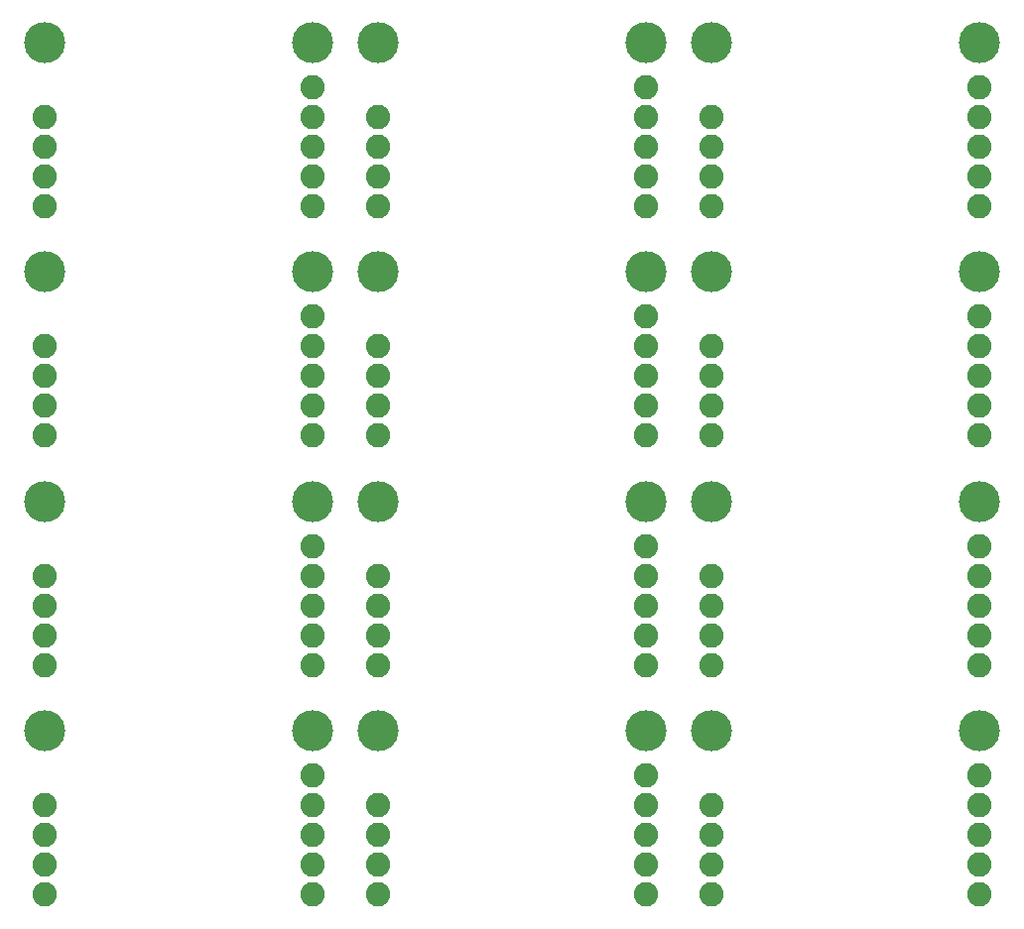
<source format=gbs>
G75*
%MOIN*%
%OFA0B0*%
%FSLAX25Y25*%
%IPPOS*%
%LPD*%
%AMOC8*
5,1,8,0,0,1.08239X$1,22.5*
%
%ADD10C,0.08200*%
%ADD11C,0.13800*%
D10*
X0038750Y0038750D03*
X0038750Y0048750D03*
X0038750Y0058750D03*
X0038750Y0068750D03*
X0038750Y0115951D03*
X0038750Y0125951D03*
X0038750Y0135951D03*
X0038750Y0145951D03*
X0038750Y0193152D03*
X0038750Y0203152D03*
X0038750Y0213152D03*
X0038750Y0223152D03*
X0038750Y0270352D03*
X0038750Y0280352D03*
X0038750Y0290352D03*
X0038750Y0300352D03*
X0128750Y0300352D03*
X0128750Y0310352D03*
X0128750Y0290352D03*
X0128750Y0280352D03*
X0128750Y0270352D03*
X0150671Y0270352D03*
X0150671Y0280352D03*
X0150671Y0290352D03*
X0150671Y0300352D03*
X0128750Y0233152D03*
X0128750Y0223152D03*
X0128750Y0213152D03*
X0128750Y0203152D03*
X0128750Y0193152D03*
X0150671Y0193152D03*
X0150671Y0203152D03*
X0150671Y0213152D03*
X0150671Y0223152D03*
X0128750Y0155951D03*
X0128750Y0145951D03*
X0128750Y0135951D03*
X0128750Y0125951D03*
X0128750Y0115951D03*
X0150671Y0115951D03*
X0150671Y0125951D03*
X0150671Y0135951D03*
X0150671Y0145951D03*
X0128750Y0078750D03*
X0128750Y0068750D03*
X0128750Y0058750D03*
X0128750Y0048750D03*
X0128750Y0038750D03*
X0150671Y0038750D03*
X0150671Y0048750D03*
X0150671Y0058750D03*
X0150671Y0068750D03*
X0240671Y0068750D03*
X0240671Y0078750D03*
X0240671Y0058750D03*
X0240671Y0048750D03*
X0240671Y0038750D03*
X0262592Y0038750D03*
X0262592Y0048750D03*
X0262592Y0058750D03*
X0262592Y0068750D03*
X0262592Y0115951D03*
X0262592Y0125951D03*
X0262592Y0135951D03*
X0262592Y0145951D03*
X0240671Y0145951D03*
X0240671Y0155951D03*
X0240671Y0135951D03*
X0240671Y0125951D03*
X0240671Y0115951D03*
X0240671Y0193152D03*
X0240671Y0203152D03*
X0240671Y0213152D03*
X0240671Y0223152D03*
X0240671Y0233152D03*
X0262592Y0223152D03*
X0262592Y0213152D03*
X0262592Y0203152D03*
X0262592Y0193152D03*
X0262592Y0270352D03*
X0262592Y0280352D03*
X0262592Y0290352D03*
X0262592Y0300352D03*
X0240671Y0300352D03*
X0240671Y0310352D03*
X0240671Y0290352D03*
X0240671Y0280352D03*
X0240671Y0270352D03*
X0352592Y0270352D03*
X0352592Y0280352D03*
X0352592Y0290352D03*
X0352592Y0300352D03*
X0352592Y0310352D03*
X0352592Y0233152D03*
X0352592Y0223152D03*
X0352592Y0213152D03*
X0352592Y0203152D03*
X0352592Y0193152D03*
X0352592Y0155951D03*
X0352592Y0145951D03*
X0352592Y0135951D03*
X0352592Y0125951D03*
X0352592Y0115951D03*
X0352592Y0078750D03*
X0352592Y0068750D03*
X0352592Y0058750D03*
X0352592Y0048750D03*
X0352592Y0038750D03*
D11*
X0352592Y0093750D03*
X0352592Y0170951D03*
X0352592Y0248152D03*
X0352592Y0325352D03*
X0262592Y0325352D03*
X0240671Y0325352D03*
X0240671Y0248152D03*
X0262592Y0248152D03*
X0262592Y0170951D03*
X0240671Y0170951D03*
X0240671Y0093750D03*
X0262592Y0093750D03*
X0150671Y0093750D03*
X0128750Y0093750D03*
X0128750Y0170951D03*
X0150671Y0170951D03*
X0150671Y0248152D03*
X0128750Y0248152D03*
X0128750Y0325352D03*
X0150671Y0325352D03*
X0038750Y0325352D03*
X0038750Y0248152D03*
X0038750Y0170951D03*
X0038750Y0093750D03*
M02*

</source>
